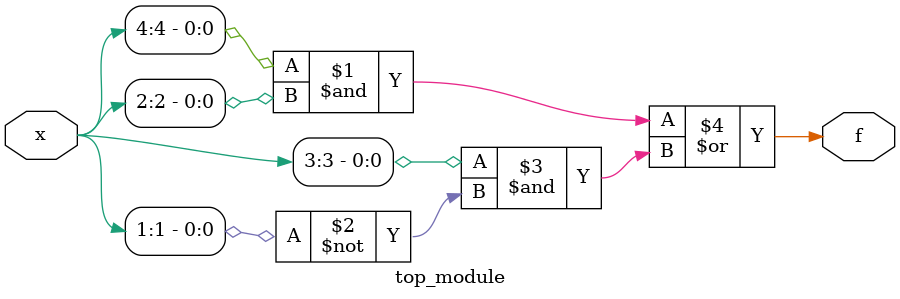
<source format=v>
module top_module (
    input [4:1] x, 
    output f );
    assign f=(x[4]&x[2])|(x[3]&~x[1]);
endmodule

</source>
